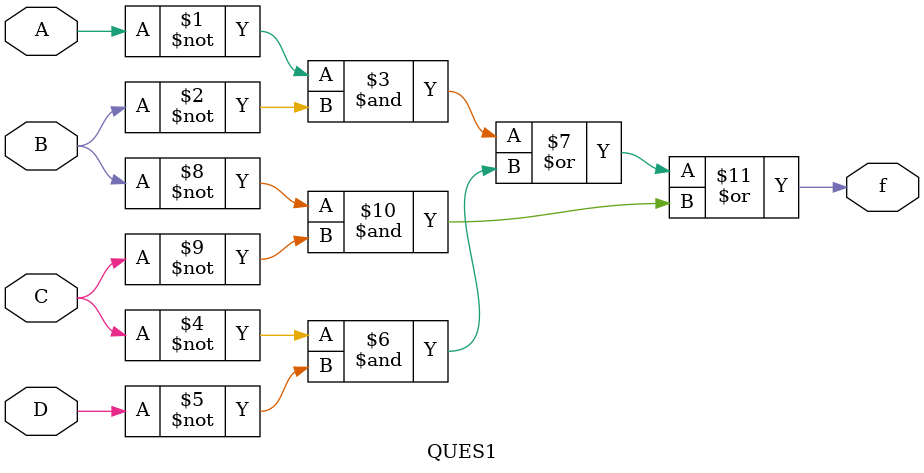
<source format=v>
module QUES1(A,B,C,D,f);
input A,B,C,D;
output f;
assign f = (~A & ~B) |(~C & ~D)|(~B & ~C);
endmodule







</source>
